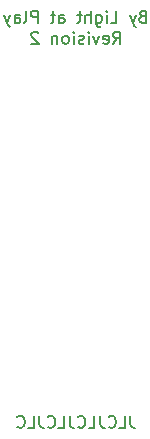
<source format=gbr>
G04 #@! TF.GenerationSoftware,KiCad,Pcbnew,(5.1.5-0-10_14)*
G04 #@! TF.CreationDate,2020-01-23T13:01:27-08:00*
G04 #@! TF.ProjectId,FaceplateBoardNoParts,46616365-706c-4617-9465-426f6172644e,rev?*
G04 #@! TF.SameCoordinates,Original*
G04 #@! TF.FileFunction,Legend,Bot*
G04 #@! TF.FilePolarity,Positive*
%FSLAX46Y46*%
G04 Gerber Fmt 4.6, Leading zero omitted, Abs format (unit mm)*
G04 Created by KiCad (PCBNEW (5.1.5-0-10_14)) date 2020-01-23 13:01:27*
%MOMM*%
%LPD*%
G04 APERTURE LIST*
%ADD10C,0.150000*%
G04 APERTURE END LIST*
D10*
X150640534Y-84409545D02*
X150497677Y-84457164D01*
X150450058Y-84504783D01*
X150402439Y-84600021D01*
X150402439Y-84742878D01*
X150450058Y-84838116D01*
X150497677Y-84885735D01*
X150592915Y-84933354D01*
X150973867Y-84933354D01*
X150973867Y-83933354D01*
X150640534Y-83933354D01*
X150545296Y-83980974D01*
X150497677Y-84028593D01*
X150450058Y-84123831D01*
X150450058Y-84219069D01*
X150497677Y-84314307D01*
X150545296Y-84361926D01*
X150640534Y-84409545D01*
X150973867Y-84409545D01*
X150069106Y-84266688D02*
X149831010Y-84933354D01*
X149592915Y-84266688D02*
X149831010Y-84933354D01*
X149926248Y-85171450D01*
X149973867Y-85219069D01*
X150069106Y-85266688D01*
X147973867Y-84933354D02*
X148450058Y-84933354D01*
X148450058Y-83933354D01*
X147640534Y-84933354D02*
X147640534Y-84266688D01*
X147640534Y-83933354D02*
X147688153Y-83980974D01*
X147640534Y-84028593D01*
X147592915Y-83980974D01*
X147640534Y-83933354D01*
X147640534Y-84028593D01*
X146735772Y-84266688D02*
X146735772Y-85076212D01*
X146783391Y-85171450D01*
X146831010Y-85219069D01*
X146926248Y-85266688D01*
X147069106Y-85266688D01*
X147164344Y-85219069D01*
X146735772Y-84885735D02*
X146831010Y-84933354D01*
X147021487Y-84933354D01*
X147116725Y-84885735D01*
X147164344Y-84838116D01*
X147211963Y-84742878D01*
X147211963Y-84457164D01*
X147164344Y-84361926D01*
X147116725Y-84314307D01*
X147021487Y-84266688D01*
X146831010Y-84266688D01*
X146735772Y-84314307D01*
X146259582Y-84933354D02*
X146259582Y-83933354D01*
X145831010Y-84933354D02*
X145831010Y-84409545D01*
X145878629Y-84314307D01*
X145973867Y-84266688D01*
X146116725Y-84266688D01*
X146211963Y-84314307D01*
X146259582Y-84361926D01*
X145497677Y-84266688D02*
X145116725Y-84266688D01*
X145354820Y-83933354D02*
X145354820Y-84790497D01*
X145307201Y-84885735D01*
X145211963Y-84933354D01*
X145116725Y-84933354D01*
X143592915Y-84933354D02*
X143592915Y-84409545D01*
X143640534Y-84314307D01*
X143735772Y-84266688D01*
X143926248Y-84266688D01*
X144021487Y-84314307D01*
X143592915Y-84885735D02*
X143688153Y-84933354D01*
X143926248Y-84933354D01*
X144021487Y-84885735D01*
X144069106Y-84790497D01*
X144069106Y-84695259D01*
X144021487Y-84600021D01*
X143926248Y-84552402D01*
X143688153Y-84552402D01*
X143592915Y-84504783D01*
X143259582Y-84266688D02*
X142878629Y-84266688D01*
X143116725Y-83933354D02*
X143116725Y-84790497D01*
X143069106Y-84885735D01*
X142973867Y-84933354D01*
X142878629Y-84933354D01*
X141783391Y-84933354D02*
X141783391Y-83933354D01*
X141402439Y-83933354D01*
X141307201Y-83980974D01*
X141259582Y-84028593D01*
X141211963Y-84123831D01*
X141211963Y-84266688D01*
X141259582Y-84361926D01*
X141307201Y-84409545D01*
X141402439Y-84457164D01*
X141783391Y-84457164D01*
X140640534Y-84933354D02*
X140735772Y-84885735D01*
X140783391Y-84790497D01*
X140783391Y-83933354D01*
X139831010Y-84933354D02*
X139831010Y-84409545D01*
X139878629Y-84314307D01*
X139973867Y-84266688D01*
X140164344Y-84266688D01*
X140259582Y-84314307D01*
X139831010Y-84885735D02*
X139926248Y-84933354D01*
X140164344Y-84933354D01*
X140259582Y-84885735D01*
X140307201Y-84790497D01*
X140307201Y-84695259D01*
X140259582Y-84600021D01*
X140164344Y-84552402D01*
X139926248Y-84552402D01*
X139831010Y-84504783D01*
X139450058Y-84266688D02*
X139211963Y-84933354D01*
X138973867Y-84266688D02*
X139211963Y-84933354D01*
X139307201Y-85171450D01*
X139354820Y-85219069D01*
X139450058Y-85266688D01*
X148164344Y-86711354D02*
X148497677Y-86235164D01*
X148735772Y-86711354D02*
X148735772Y-85711354D01*
X148354820Y-85711354D01*
X148259582Y-85758974D01*
X148211963Y-85806593D01*
X148164344Y-85901831D01*
X148164344Y-86044688D01*
X148211963Y-86139926D01*
X148259582Y-86187545D01*
X148354820Y-86235164D01*
X148735772Y-86235164D01*
X147354820Y-86663735D02*
X147450058Y-86711354D01*
X147640534Y-86711354D01*
X147735772Y-86663735D01*
X147783391Y-86568497D01*
X147783391Y-86187545D01*
X147735772Y-86092307D01*
X147640534Y-86044688D01*
X147450058Y-86044688D01*
X147354820Y-86092307D01*
X147307201Y-86187545D01*
X147307201Y-86282783D01*
X147783391Y-86378021D01*
X146973867Y-86044688D02*
X146735772Y-86711354D01*
X146497677Y-86044688D01*
X146116725Y-86711354D02*
X146116725Y-86044688D01*
X146116725Y-85711354D02*
X146164344Y-85758974D01*
X146116725Y-85806593D01*
X146069106Y-85758974D01*
X146116725Y-85711354D01*
X146116725Y-85806593D01*
X145688153Y-86663735D02*
X145592915Y-86711354D01*
X145402439Y-86711354D01*
X145307201Y-86663735D01*
X145259582Y-86568497D01*
X145259582Y-86520878D01*
X145307201Y-86425640D01*
X145402439Y-86378021D01*
X145545296Y-86378021D01*
X145640534Y-86330402D01*
X145688153Y-86235164D01*
X145688153Y-86187545D01*
X145640534Y-86092307D01*
X145545296Y-86044688D01*
X145402439Y-86044688D01*
X145307201Y-86092307D01*
X144831010Y-86711354D02*
X144831010Y-86044688D01*
X144831010Y-85711354D02*
X144878629Y-85758974D01*
X144831010Y-85806593D01*
X144783391Y-85758974D01*
X144831010Y-85711354D01*
X144831010Y-85806593D01*
X144211963Y-86711354D02*
X144307201Y-86663735D01*
X144354820Y-86616116D01*
X144402439Y-86520878D01*
X144402439Y-86235164D01*
X144354820Y-86139926D01*
X144307201Y-86092307D01*
X144211963Y-86044688D01*
X144069106Y-86044688D01*
X143973867Y-86092307D01*
X143926248Y-86139926D01*
X143878629Y-86235164D01*
X143878629Y-86520878D01*
X143926248Y-86616116D01*
X143973867Y-86663735D01*
X144069106Y-86711354D01*
X144211963Y-86711354D01*
X143450058Y-86044688D02*
X143450058Y-86711354D01*
X143450058Y-86139926D02*
X143402439Y-86092307D01*
X143307201Y-86044688D01*
X143164344Y-86044688D01*
X143069106Y-86092307D01*
X143021487Y-86187545D01*
X143021487Y-86711354D01*
X141831010Y-85806593D02*
X141783391Y-85758974D01*
X141688153Y-85711354D01*
X141450058Y-85711354D01*
X141354820Y-85758974D01*
X141307201Y-85806593D01*
X141259582Y-85901831D01*
X141259582Y-85997069D01*
X141307201Y-86139926D01*
X141878629Y-86711354D01*
X141259582Y-86711354D01*
X149640534Y-118223354D02*
X149640534Y-118937640D01*
X149688153Y-119080497D01*
X149783391Y-119175735D01*
X149926248Y-119223354D01*
X150021487Y-119223354D01*
X148688153Y-119223354D02*
X149164344Y-119223354D01*
X149164344Y-118223354D01*
X147783391Y-119128116D02*
X147831010Y-119175735D01*
X147973867Y-119223354D01*
X148069106Y-119223354D01*
X148211963Y-119175735D01*
X148307201Y-119080497D01*
X148354820Y-118985259D01*
X148402439Y-118794783D01*
X148402439Y-118651926D01*
X148354820Y-118461450D01*
X148307201Y-118366212D01*
X148211963Y-118270974D01*
X148069106Y-118223354D01*
X147973867Y-118223354D01*
X147831010Y-118270974D01*
X147783391Y-118318593D01*
X147069106Y-118223354D02*
X147069106Y-118937640D01*
X147116725Y-119080497D01*
X147211963Y-119175735D01*
X147354820Y-119223354D01*
X147450058Y-119223354D01*
X146116725Y-119223354D02*
X146592915Y-119223354D01*
X146592915Y-118223354D01*
X145211963Y-119128116D02*
X145259582Y-119175735D01*
X145402439Y-119223354D01*
X145497677Y-119223354D01*
X145640534Y-119175735D01*
X145735772Y-119080497D01*
X145783391Y-118985259D01*
X145831010Y-118794783D01*
X145831010Y-118651926D01*
X145783391Y-118461450D01*
X145735772Y-118366212D01*
X145640534Y-118270974D01*
X145497677Y-118223354D01*
X145402439Y-118223354D01*
X145259582Y-118270974D01*
X145211963Y-118318593D01*
X144497677Y-118223354D02*
X144497677Y-118937640D01*
X144545296Y-119080497D01*
X144640534Y-119175735D01*
X144783391Y-119223354D01*
X144878629Y-119223354D01*
X143545296Y-119223354D02*
X144021487Y-119223354D01*
X144021487Y-118223354D01*
X142640534Y-119128116D02*
X142688153Y-119175735D01*
X142831010Y-119223354D01*
X142926248Y-119223354D01*
X143069106Y-119175735D01*
X143164344Y-119080497D01*
X143211963Y-118985259D01*
X143259582Y-118794783D01*
X143259582Y-118651926D01*
X143211963Y-118461450D01*
X143164344Y-118366212D01*
X143069106Y-118270974D01*
X142926248Y-118223354D01*
X142831010Y-118223354D01*
X142688153Y-118270974D01*
X142640534Y-118318593D01*
X141926248Y-118223354D02*
X141926248Y-118937640D01*
X141973867Y-119080497D01*
X142069106Y-119175735D01*
X142211963Y-119223354D01*
X142307201Y-119223354D01*
X140973867Y-119223354D02*
X141450058Y-119223354D01*
X141450058Y-118223354D01*
X140069106Y-119128116D02*
X140116725Y-119175735D01*
X140259582Y-119223354D01*
X140354820Y-119223354D01*
X140497677Y-119175735D01*
X140592915Y-119080497D01*
X140640534Y-118985259D01*
X140688153Y-118794783D01*
X140688153Y-118651926D01*
X140640534Y-118461450D01*
X140592915Y-118366212D01*
X140497677Y-118270974D01*
X140354820Y-118223354D01*
X140259582Y-118223354D01*
X140116725Y-118270974D01*
X140069106Y-118318593D01*
M02*

</source>
